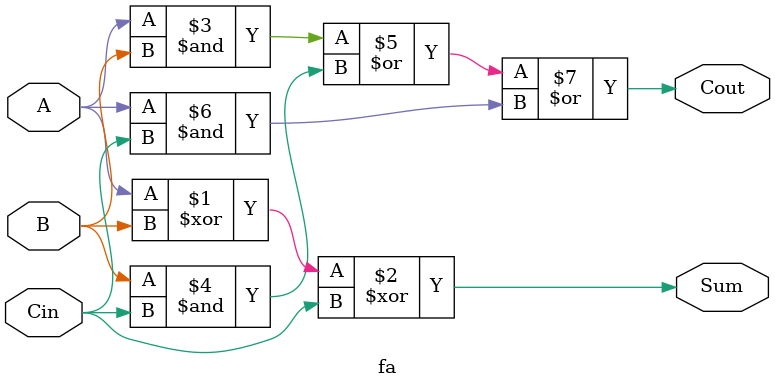
<source format=v>
`timescale 1ns / 1ps
module fa(
input A,B,Cin,
output Sum,Cout
);
assign Sum=A^B^Cin;
assign Cout=A&B|B&Cin|A&Cin;
endmodule

</source>
